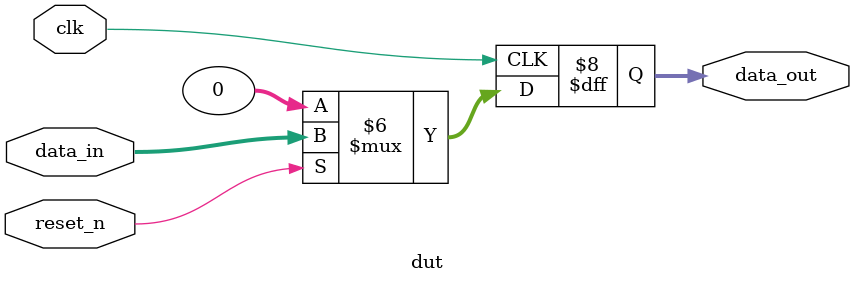
<source format=sv>
module dut(input bit clk,
input bit reset_n, input int unsigned data_in, output int unsigned data_out);
    always @(posedge clk)
        if (reset_n == 0)
            begin
                $display("resetting");
                data_out <= 0;
            end
        else
            begin
                data_out <= data_in;
            end

    always @(data_in)
          $display("data_in: %0d", data_in);

    always @(data_out)
          $display("data_out: %0d", data_out);

endmodule : dut

</source>
